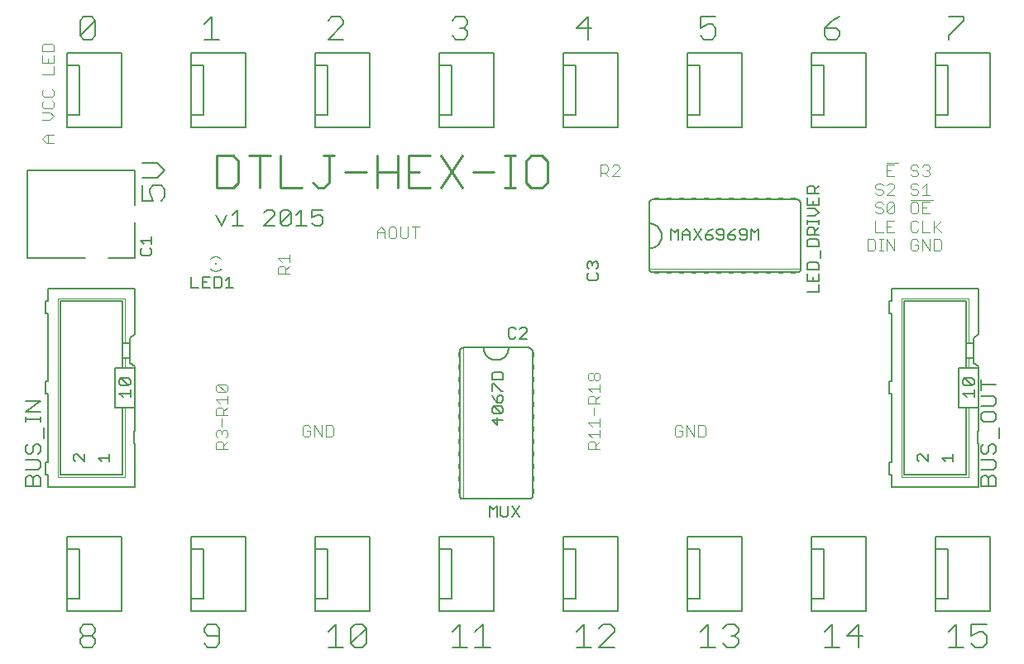
<source format=gto>
G75*
%MOIN*%
%OFA0B0*%
%FSLAX25Y25*%
%IPPOS*%
%LPD*%
%AMOC8*
5,1,8,0,0,1.08239X$1,22.5*
%
%ADD10C,0.00800*%
%ADD11C,0.01100*%
%ADD12C,0.00600*%
%ADD13C,0.00400*%
%ADD14C,0.00500*%
%ADD15C,0.00200*%
%ADD16C,0.00700*%
%ADD17R,0.00787X0.00787*%
%ADD18R,0.00591X0.00984*%
%ADD19R,0.02000X0.00500*%
%ADD20R,0.00500X0.02000*%
D10*
X0040400Y0008735D02*
X0040400Y0010269D01*
X0041935Y0011804D01*
X0045004Y0011804D01*
X0046539Y0010269D01*
X0046539Y0008735D01*
X0045004Y0007200D01*
X0041935Y0007200D01*
X0040400Y0008735D01*
X0041935Y0011804D02*
X0040400Y0013339D01*
X0040400Y0014873D01*
X0041935Y0016408D01*
X0045004Y0016408D01*
X0046539Y0014873D01*
X0046539Y0013339D01*
X0045004Y0011804D01*
X0090400Y0013339D02*
X0091935Y0011804D01*
X0096539Y0011804D01*
X0096539Y0008735D02*
X0096539Y0014873D01*
X0095004Y0016408D01*
X0091935Y0016408D01*
X0090400Y0014873D01*
X0090400Y0013339D01*
X0090400Y0008735D02*
X0091935Y0007200D01*
X0095004Y0007200D01*
X0096539Y0008735D01*
X0140400Y0007200D02*
X0146539Y0007200D01*
X0143469Y0007200D02*
X0143469Y0016408D01*
X0140400Y0013339D01*
X0149608Y0014873D02*
X0149608Y0008735D01*
X0155746Y0014873D01*
X0155746Y0008735D01*
X0154212Y0007200D01*
X0151142Y0007200D01*
X0149608Y0008735D01*
X0149608Y0014873D02*
X0151142Y0016408D01*
X0154212Y0016408D01*
X0155746Y0014873D01*
X0190400Y0013339D02*
X0193469Y0016408D01*
X0193469Y0007200D01*
X0190400Y0007200D02*
X0196539Y0007200D01*
X0199608Y0007200D02*
X0205746Y0007200D01*
X0202677Y0007200D02*
X0202677Y0016408D01*
X0199608Y0013339D01*
X0240400Y0013339D02*
X0243469Y0016408D01*
X0243469Y0007200D01*
X0240400Y0007200D02*
X0246539Y0007200D01*
X0249608Y0007200D02*
X0255746Y0013339D01*
X0255746Y0014873D01*
X0254212Y0016408D01*
X0251142Y0016408D01*
X0249608Y0014873D01*
X0249608Y0007200D02*
X0255746Y0007200D01*
X0290400Y0007200D02*
X0296539Y0007200D01*
X0293469Y0007200D02*
X0293469Y0016408D01*
X0290400Y0013339D01*
X0299608Y0014873D02*
X0301142Y0016408D01*
X0304212Y0016408D01*
X0305746Y0014873D01*
X0305746Y0013339D01*
X0304212Y0011804D01*
X0305746Y0010269D01*
X0305746Y0008735D01*
X0304212Y0007200D01*
X0301142Y0007200D01*
X0299608Y0008735D01*
X0302677Y0011804D02*
X0304212Y0011804D01*
X0340400Y0013339D02*
X0343469Y0016408D01*
X0343469Y0007200D01*
X0340400Y0007200D02*
X0346539Y0007200D01*
X0354212Y0007200D02*
X0354212Y0016408D01*
X0349608Y0011804D01*
X0355746Y0011804D01*
X0390400Y0013339D02*
X0393469Y0016408D01*
X0393469Y0007200D01*
X0390400Y0007200D02*
X0396539Y0007200D01*
X0399608Y0008735D02*
X0401142Y0007200D01*
X0404212Y0007200D01*
X0405746Y0008735D01*
X0405746Y0011804D01*
X0404212Y0013339D01*
X0402677Y0013339D01*
X0399608Y0011804D01*
X0399608Y0016408D01*
X0405746Y0016408D01*
X0074600Y0188735D02*
X0073065Y0187200D01*
X0074600Y0188735D02*
X0074600Y0191804D01*
X0073065Y0193339D01*
X0069996Y0193339D01*
X0068461Y0191804D01*
X0068461Y0190269D01*
X0069996Y0187200D01*
X0065392Y0187200D01*
X0065392Y0193339D01*
X0065392Y0196408D02*
X0071531Y0196408D01*
X0074600Y0199477D01*
X0071531Y0202546D01*
X0065392Y0202546D01*
X0062480Y0199517D02*
X0062480Y0185343D01*
X0062480Y0178257D02*
X0062480Y0164083D01*
X0051850Y0164083D01*
X0042402Y0164083D02*
X0019173Y0164083D01*
X0019173Y0199517D01*
X0062480Y0199517D01*
X0045004Y0252200D02*
X0041935Y0252200D01*
X0040400Y0253735D01*
X0046539Y0259873D01*
X0046539Y0253735D01*
X0045004Y0252200D01*
X0040400Y0253735D02*
X0040400Y0259873D01*
X0041935Y0261408D01*
X0045004Y0261408D01*
X0046539Y0259873D01*
X0090400Y0258339D02*
X0093469Y0261408D01*
X0093469Y0252200D01*
X0090400Y0252200D02*
X0096539Y0252200D01*
X0140400Y0252200D02*
X0146539Y0258339D01*
X0146539Y0259873D01*
X0145004Y0261408D01*
X0141935Y0261408D01*
X0140400Y0259873D01*
X0140400Y0252200D02*
X0146539Y0252200D01*
X0190400Y0253735D02*
X0191935Y0252200D01*
X0195004Y0252200D01*
X0196539Y0253735D01*
X0196539Y0255269D01*
X0195004Y0256804D01*
X0193469Y0256804D01*
X0195004Y0256804D02*
X0196539Y0258339D01*
X0196539Y0259873D01*
X0195004Y0261408D01*
X0191935Y0261408D01*
X0190400Y0259873D01*
X0240400Y0256804D02*
X0246539Y0256804D01*
X0245004Y0252200D02*
X0245004Y0261408D01*
X0240400Y0256804D01*
X0290400Y0256804D02*
X0293469Y0258339D01*
X0295004Y0258339D01*
X0296539Y0256804D01*
X0296539Y0253735D01*
X0295004Y0252200D01*
X0291935Y0252200D01*
X0290400Y0253735D01*
X0290400Y0256804D02*
X0290400Y0261408D01*
X0296539Y0261408D01*
X0340400Y0256804D02*
X0340400Y0253735D01*
X0341935Y0252200D01*
X0345004Y0252200D01*
X0346539Y0253735D01*
X0346539Y0255269D01*
X0345004Y0256804D01*
X0340400Y0256804D01*
X0343469Y0259873D01*
X0346539Y0261408D01*
X0390400Y0261408D02*
X0396539Y0261408D01*
X0396539Y0259873D01*
X0390400Y0253735D01*
X0390400Y0252200D01*
D11*
X0228770Y0203109D02*
X0228770Y0194502D01*
X0226619Y0192350D01*
X0222315Y0192350D01*
X0220163Y0194502D01*
X0220163Y0203109D01*
X0222315Y0205261D01*
X0226619Y0205261D01*
X0228770Y0203109D01*
X0215873Y0205261D02*
X0211569Y0205261D01*
X0213721Y0205261D02*
X0213721Y0192350D01*
X0211569Y0192350D02*
X0215873Y0192350D01*
X0207285Y0198806D02*
X0198678Y0198806D01*
X0194394Y0205261D02*
X0185787Y0192350D01*
X0181503Y0192350D02*
X0172896Y0192350D01*
X0172896Y0205261D01*
X0181503Y0205261D01*
X0185787Y0205261D02*
X0194394Y0192350D01*
X0177200Y0198806D02*
X0172896Y0198806D01*
X0168612Y0198806D02*
X0160005Y0198806D01*
X0155721Y0198806D02*
X0147114Y0198806D01*
X0140679Y0194502D02*
X0140679Y0205261D01*
X0142830Y0205261D02*
X0138527Y0205261D01*
X0140679Y0194502D02*
X0138527Y0192350D01*
X0136375Y0192350D01*
X0134223Y0194502D01*
X0129939Y0192350D02*
X0121332Y0192350D01*
X0121332Y0205261D01*
X0117048Y0205261D02*
X0108441Y0205261D01*
X0112745Y0205261D02*
X0112745Y0192350D01*
X0104157Y0194502D02*
X0102006Y0192350D01*
X0095550Y0192350D01*
X0095550Y0205261D01*
X0102006Y0205261D01*
X0104157Y0203109D01*
X0104157Y0194502D01*
X0160005Y0192350D02*
X0160005Y0205261D01*
X0168612Y0205261D02*
X0168612Y0192350D01*
D12*
X0138243Y0183505D02*
X0133973Y0183505D01*
X0133973Y0180303D01*
X0136108Y0181370D01*
X0137176Y0181370D01*
X0138243Y0180303D01*
X0138243Y0178168D01*
X0137176Y0177100D01*
X0135041Y0177100D01*
X0133973Y0178168D01*
X0131798Y0177100D02*
X0127527Y0177100D01*
X0129663Y0177100D02*
X0129663Y0183505D01*
X0127527Y0181370D01*
X0125352Y0182438D02*
X0121082Y0178168D01*
X0122150Y0177100D01*
X0124285Y0177100D01*
X0125352Y0178168D01*
X0125352Y0182438D01*
X0124285Y0183505D01*
X0122150Y0183505D01*
X0121082Y0182438D01*
X0121082Y0178168D01*
X0118907Y0177100D02*
X0114636Y0177100D01*
X0118907Y0181370D01*
X0118907Y0182438D01*
X0117839Y0183505D01*
X0115704Y0183505D01*
X0114636Y0182438D01*
X0106016Y0177100D02*
X0101745Y0177100D01*
X0103881Y0177100D02*
X0103881Y0183505D01*
X0101745Y0181370D01*
X0099570Y0181370D02*
X0097435Y0177100D01*
X0095300Y0181370D01*
X0193410Y0126430D02*
X0193410Y0068430D01*
X0193412Y0068354D01*
X0193418Y0068278D01*
X0193427Y0068203D01*
X0193441Y0068128D01*
X0193458Y0068054D01*
X0193479Y0067981D01*
X0193503Y0067909D01*
X0193532Y0067838D01*
X0193563Y0067769D01*
X0193598Y0067702D01*
X0193637Y0067637D01*
X0193679Y0067573D01*
X0193724Y0067512D01*
X0193772Y0067453D01*
X0193823Y0067397D01*
X0193877Y0067343D01*
X0193933Y0067292D01*
X0193992Y0067244D01*
X0194053Y0067199D01*
X0194117Y0067157D01*
X0194182Y0067118D01*
X0194249Y0067083D01*
X0194318Y0067052D01*
X0194389Y0067023D01*
X0194461Y0066999D01*
X0194534Y0066978D01*
X0194608Y0066961D01*
X0194683Y0066947D01*
X0194758Y0066938D01*
X0194834Y0066932D01*
X0194910Y0066930D01*
X0221310Y0066930D01*
X0221386Y0066932D01*
X0221462Y0066938D01*
X0221537Y0066947D01*
X0221612Y0066961D01*
X0221686Y0066978D01*
X0221759Y0066999D01*
X0221831Y0067023D01*
X0221902Y0067052D01*
X0221971Y0067083D01*
X0222038Y0067118D01*
X0222103Y0067157D01*
X0222167Y0067199D01*
X0222228Y0067244D01*
X0222287Y0067292D01*
X0222343Y0067343D01*
X0222397Y0067397D01*
X0222448Y0067453D01*
X0222496Y0067512D01*
X0222541Y0067573D01*
X0222583Y0067637D01*
X0222622Y0067702D01*
X0222657Y0067769D01*
X0222688Y0067838D01*
X0222717Y0067909D01*
X0222741Y0067981D01*
X0222762Y0068054D01*
X0222779Y0068128D01*
X0222793Y0068203D01*
X0222802Y0068278D01*
X0222808Y0068354D01*
X0222810Y0068430D01*
X0222810Y0126430D01*
X0222808Y0126506D01*
X0222802Y0126582D01*
X0222793Y0126657D01*
X0222779Y0126732D01*
X0222762Y0126806D01*
X0222741Y0126879D01*
X0222717Y0126951D01*
X0222688Y0127022D01*
X0222657Y0127091D01*
X0222622Y0127158D01*
X0222583Y0127223D01*
X0222541Y0127287D01*
X0222496Y0127348D01*
X0222448Y0127407D01*
X0222397Y0127463D01*
X0222343Y0127517D01*
X0222287Y0127568D01*
X0222228Y0127616D01*
X0222167Y0127661D01*
X0222103Y0127703D01*
X0222038Y0127742D01*
X0221971Y0127777D01*
X0221902Y0127808D01*
X0221831Y0127837D01*
X0221759Y0127861D01*
X0221686Y0127882D01*
X0221612Y0127899D01*
X0221537Y0127913D01*
X0221462Y0127922D01*
X0221386Y0127928D01*
X0221310Y0127930D01*
X0213110Y0127930D01*
X0203110Y0127930D01*
X0194910Y0127930D01*
X0194834Y0127928D01*
X0194758Y0127922D01*
X0194683Y0127913D01*
X0194608Y0127899D01*
X0194534Y0127882D01*
X0194461Y0127861D01*
X0194389Y0127837D01*
X0194318Y0127808D01*
X0194249Y0127777D01*
X0194182Y0127742D01*
X0194117Y0127703D01*
X0194053Y0127661D01*
X0193992Y0127616D01*
X0193933Y0127568D01*
X0193877Y0127517D01*
X0193823Y0127463D01*
X0193772Y0127407D01*
X0193724Y0127348D01*
X0193679Y0127287D01*
X0193637Y0127223D01*
X0193598Y0127158D01*
X0193563Y0127091D01*
X0193532Y0127022D01*
X0193503Y0126951D01*
X0193479Y0126879D01*
X0193458Y0126806D01*
X0193441Y0126732D01*
X0193427Y0126657D01*
X0193418Y0126582D01*
X0193412Y0126506D01*
X0193410Y0126430D01*
X0203110Y0127930D02*
X0203112Y0127790D01*
X0203118Y0127650D01*
X0203128Y0127510D01*
X0203141Y0127370D01*
X0203159Y0127231D01*
X0203181Y0127092D01*
X0203206Y0126955D01*
X0203235Y0126817D01*
X0203268Y0126681D01*
X0203305Y0126546D01*
X0203346Y0126412D01*
X0203391Y0126279D01*
X0203439Y0126147D01*
X0203491Y0126017D01*
X0203546Y0125888D01*
X0203605Y0125761D01*
X0203668Y0125635D01*
X0203734Y0125511D01*
X0203803Y0125390D01*
X0203876Y0125270D01*
X0203953Y0125152D01*
X0204032Y0125037D01*
X0204115Y0124923D01*
X0204201Y0124813D01*
X0204290Y0124704D01*
X0204382Y0124598D01*
X0204477Y0124495D01*
X0204574Y0124394D01*
X0204675Y0124297D01*
X0204778Y0124202D01*
X0204884Y0124110D01*
X0204993Y0124021D01*
X0205103Y0123935D01*
X0205217Y0123852D01*
X0205332Y0123773D01*
X0205450Y0123696D01*
X0205570Y0123623D01*
X0205691Y0123554D01*
X0205815Y0123488D01*
X0205941Y0123425D01*
X0206068Y0123366D01*
X0206197Y0123311D01*
X0206327Y0123259D01*
X0206459Y0123211D01*
X0206592Y0123166D01*
X0206726Y0123125D01*
X0206861Y0123088D01*
X0206997Y0123055D01*
X0207135Y0123026D01*
X0207272Y0123001D01*
X0207411Y0122979D01*
X0207550Y0122961D01*
X0207690Y0122948D01*
X0207830Y0122938D01*
X0207970Y0122932D01*
X0208110Y0122930D01*
X0208250Y0122932D01*
X0208390Y0122938D01*
X0208530Y0122948D01*
X0208670Y0122961D01*
X0208809Y0122979D01*
X0208948Y0123001D01*
X0209085Y0123026D01*
X0209223Y0123055D01*
X0209359Y0123088D01*
X0209494Y0123125D01*
X0209628Y0123166D01*
X0209761Y0123211D01*
X0209893Y0123259D01*
X0210023Y0123311D01*
X0210152Y0123366D01*
X0210279Y0123425D01*
X0210405Y0123488D01*
X0210529Y0123554D01*
X0210650Y0123623D01*
X0210770Y0123696D01*
X0210888Y0123773D01*
X0211003Y0123852D01*
X0211117Y0123935D01*
X0211227Y0124021D01*
X0211336Y0124110D01*
X0211442Y0124202D01*
X0211545Y0124297D01*
X0211646Y0124394D01*
X0211743Y0124495D01*
X0211838Y0124598D01*
X0211930Y0124704D01*
X0212019Y0124813D01*
X0212105Y0124923D01*
X0212188Y0125037D01*
X0212267Y0125152D01*
X0212344Y0125270D01*
X0212417Y0125390D01*
X0212486Y0125511D01*
X0212552Y0125635D01*
X0212615Y0125761D01*
X0212674Y0125888D01*
X0212729Y0126017D01*
X0212781Y0126147D01*
X0212829Y0126279D01*
X0212874Y0126412D01*
X0212915Y0126546D01*
X0212952Y0126681D01*
X0212985Y0126817D01*
X0213014Y0126955D01*
X0213039Y0127092D01*
X0213061Y0127231D01*
X0213079Y0127370D01*
X0213092Y0127510D01*
X0213102Y0127650D01*
X0213108Y0127790D01*
X0213110Y0127930D01*
X0269815Y0159820D02*
X0269815Y0168020D01*
X0269815Y0178020D01*
X0269815Y0186220D01*
X0269817Y0186296D01*
X0269823Y0186372D01*
X0269832Y0186447D01*
X0269846Y0186522D01*
X0269863Y0186596D01*
X0269884Y0186669D01*
X0269908Y0186741D01*
X0269937Y0186812D01*
X0269968Y0186881D01*
X0270003Y0186948D01*
X0270042Y0187013D01*
X0270084Y0187077D01*
X0270129Y0187138D01*
X0270177Y0187197D01*
X0270228Y0187253D01*
X0270282Y0187307D01*
X0270338Y0187358D01*
X0270397Y0187406D01*
X0270458Y0187451D01*
X0270522Y0187493D01*
X0270587Y0187532D01*
X0270654Y0187567D01*
X0270723Y0187598D01*
X0270794Y0187627D01*
X0270866Y0187651D01*
X0270939Y0187672D01*
X0271013Y0187689D01*
X0271088Y0187703D01*
X0271163Y0187712D01*
X0271239Y0187718D01*
X0271315Y0187720D01*
X0329315Y0187720D01*
X0329391Y0187718D01*
X0329467Y0187712D01*
X0329542Y0187703D01*
X0329617Y0187689D01*
X0329691Y0187672D01*
X0329764Y0187651D01*
X0329836Y0187627D01*
X0329907Y0187598D01*
X0329976Y0187567D01*
X0330043Y0187532D01*
X0330108Y0187493D01*
X0330172Y0187451D01*
X0330233Y0187406D01*
X0330292Y0187358D01*
X0330348Y0187307D01*
X0330402Y0187253D01*
X0330453Y0187197D01*
X0330501Y0187138D01*
X0330546Y0187077D01*
X0330588Y0187013D01*
X0330627Y0186948D01*
X0330662Y0186881D01*
X0330693Y0186812D01*
X0330722Y0186741D01*
X0330746Y0186669D01*
X0330767Y0186596D01*
X0330784Y0186522D01*
X0330798Y0186447D01*
X0330807Y0186372D01*
X0330813Y0186296D01*
X0330815Y0186220D01*
X0330815Y0159820D01*
X0330813Y0159744D01*
X0330807Y0159668D01*
X0330798Y0159593D01*
X0330784Y0159518D01*
X0330767Y0159444D01*
X0330746Y0159371D01*
X0330722Y0159299D01*
X0330693Y0159228D01*
X0330662Y0159159D01*
X0330627Y0159092D01*
X0330588Y0159027D01*
X0330546Y0158963D01*
X0330501Y0158902D01*
X0330453Y0158843D01*
X0330402Y0158787D01*
X0330348Y0158733D01*
X0330292Y0158682D01*
X0330233Y0158634D01*
X0330172Y0158589D01*
X0330108Y0158547D01*
X0330043Y0158508D01*
X0329976Y0158473D01*
X0329907Y0158442D01*
X0329836Y0158413D01*
X0329764Y0158389D01*
X0329691Y0158368D01*
X0329617Y0158351D01*
X0329542Y0158337D01*
X0329467Y0158328D01*
X0329391Y0158322D01*
X0329315Y0158320D01*
X0271315Y0158320D01*
X0271239Y0158322D01*
X0271163Y0158328D01*
X0271088Y0158337D01*
X0271013Y0158351D01*
X0270939Y0158368D01*
X0270866Y0158389D01*
X0270794Y0158413D01*
X0270723Y0158442D01*
X0270654Y0158473D01*
X0270587Y0158508D01*
X0270522Y0158547D01*
X0270458Y0158589D01*
X0270397Y0158634D01*
X0270338Y0158682D01*
X0270282Y0158733D01*
X0270228Y0158787D01*
X0270177Y0158843D01*
X0270129Y0158902D01*
X0270084Y0158963D01*
X0270042Y0159027D01*
X0270003Y0159092D01*
X0269968Y0159159D01*
X0269937Y0159228D01*
X0269908Y0159299D01*
X0269884Y0159371D01*
X0269863Y0159444D01*
X0269846Y0159518D01*
X0269832Y0159593D01*
X0269823Y0159668D01*
X0269817Y0159744D01*
X0269815Y0159820D01*
X0269815Y0168020D02*
X0269955Y0168022D01*
X0270095Y0168028D01*
X0270235Y0168038D01*
X0270375Y0168051D01*
X0270514Y0168069D01*
X0270653Y0168091D01*
X0270790Y0168116D01*
X0270928Y0168145D01*
X0271064Y0168178D01*
X0271199Y0168215D01*
X0271333Y0168256D01*
X0271466Y0168301D01*
X0271598Y0168349D01*
X0271728Y0168401D01*
X0271857Y0168456D01*
X0271984Y0168515D01*
X0272110Y0168578D01*
X0272234Y0168644D01*
X0272355Y0168713D01*
X0272475Y0168786D01*
X0272593Y0168863D01*
X0272708Y0168942D01*
X0272822Y0169025D01*
X0272932Y0169111D01*
X0273041Y0169200D01*
X0273147Y0169292D01*
X0273250Y0169387D01*
X0273351Y0169484D01*
X0273448Y0169585D01*
X0273543Y0169688D01*
X0273635Y0169794D01*
X0273724Y0169903D01*
X0273810Y0170013D01*
X0273893Y0170127D01*
X0273972Y0170242D01*
X0274049Y0170360D01*
X0274122Y0170480D01*
X0274191Y0170601D01*
X0274257Y0170725D01*
X0274320Y0170851D01*
X0274379Y0170978D01*
X0274434Y0171107D01*
X0274486Y0171237D01*
X0274534Y0171369D01*
X0274579Y0171502D01*
X0274620Y0171636D01*
X0274657Y0171771D01*
X0274690Y0171907D01*
X0274719Y0172045D01*
X0274744Y0172182D01*
X0274766Y0172321D01*
X0274784Y0172460D01*
X0274797Y0172600D01*
X0274807Y0172740D01*
X0274813Y0172880D01*
X0274815Y0173020D01*
X0274813Y0173160D01*
X0274807Y0173300D01*
X0274797Y0173440D01*
X0274784Y0173580D01*
X0274766Y0173719D01*
X0274744Y0173858D01*
X0274719Y0173995D01*
X0274690Y0174133D01*
X0274657Y0174269D01*
X0274620Y0174404D01*
X0274579Y0174538D01*
X0274534Y0174671D01*
X0274486Y0174803D01*
X0274434Y0174933D01*
X0274379Y0175062D01*
X0274320Y0175189D01*
X0274257Y0175315D01*
X0274191Y0175439D01*
X0274122Y0175560D01*
X0274049Y0175680D01*
X0273972Y0175798D01*
X0273893Y0175913D01*
X0273810Y0176027D01*
X0273724Y0176137D01*
X0273635Y0176246D01*
X0273543Y0176352D01*
X0273448Y0176455D01*
X0273351Y0176556D01*
X0273250Y0176653D01*
X0273147Y0176748D01*
X0273041Y0176840D01*
X0272932Y0176929D01*
X0272822Y0177015D01*
X0272708Y0177098D01*
X0272593Y0177177D01*
X0272475Y0177254D01*
X0272355Y0177327D01*
X0272234Y0177396D01*
X0272110Y0177462D01*
X0271984Y0177525D01*
X0271857Y0177584D01*
X0271728Y0177639D01*
X0271598Y0177691D01*
X0271466Y0177739D01*
X0271333Y0177784D01*
X0271199Y0177825D01*
X0271064Y0177862D01*
X0270928Y0177895D01*
X0270790Y0177924D01*
X0270653Y0177949D01*
X0270514Y0177971D01*
X0270375Y0177989D01*
X0270235Y0178002D01*
X0270095Y0178012D01*
X0269955Y0178018D01*
X0269815Y0178020D01*
D13*
X0257873Y0197000D02*
X0254804Y0197000D01*
X0257873Y0200069D01*
X0257873Y0200837D01*
X0257106Y0201604D01*
X0255571Y0201604D01*
X0254804Y0200837D01*
X0253269Y0200837D02*
X0252502Y0201604D01*
X0250200Y0201604D01*
X0250200Y0197000D01*
X0250200Y0198535D02*
X0252502Y0198535D01*
X0253269Y0199302D01*
X0253269Y0200837D01*
X0251735Y0198535D02*
X0253269Y0197000D01*
X0177081Y0176604D02*
X0174012Y0176604D01*
X0175546Y0176604D02*
X0175546Y0172000D01*
X0172477Y0172767D02*
X0172477Y0176604D01*
X0169408Y0176604D02*
X0169408Y0172767D01*
X0170175Y0172000D01*
X0171710Y0172000D01*
X0172477Y0172767D01*
X0167873Y0172767D02*
X0167873Y0175837D01*
X0167106Y0176604D01*
X0165571Y0176604D01*
X0164804Y0175837D01*
X0164804Y0172767D01*
X0165571Y0172000D01*
X0167106Y0172000D01*
X0167873Y0172767D01*
X0163269Y0172000D02*
X0163269Y0175069D01*
X0161735Y0176604D01*
X0160200Y0175069D01*
X0160200Y0172000D01*
X0160200Y0174302D02*
X0163269Y0174302D01*
X0124800Y0165465D02*
X0124800Y0162396D01*
X0124800Y0160861D02*
X0123265Y0159327D01*
X0123265Y0160094D02*
X0123265Y0157792D01*
X0124800Y0157792D02*
X0120196Y0157792D01*
X0120196Y0160094D01*
X0120963Y0160861D01*
X0122498Y0160861D01*
X0123265Y0160094D01*
X0121731Y0162396D02*
X0120196Y0163931D01*
X0124800Y0163931D01*
X0097165Y0163768D02*
X0097092Y0163845D01*
X0097017Y0163920D01*
X0096939Y0163991D01*
X0096858Y0164060D01*
X0096775Y0164126D01*
X0096690Y0164189D01*
X0096602Y0164248D01*
X0096513Y0164305D01*
X0096421Y0164358D01*
X0096327Y0164408D01*
X0096232Y0164454D01*
X0096135Y0164497D01*
X0096037Y0164536D01*
X0095937Y0164572D01*
X0095836Y0164604D01*
X0095734Y0164632D01*
X0095631Y0164657D01*
X0095527Y0164678D01*
X0095422Y0164695D01*
X0095317Y0164709D01*
X0095212Y0164718D01*
X0095106Y0164724D01*
X0095000Y0164726D01*
X0094894Y0164724D01*
X0094788Y0164718D01*
X0094683Y0164709D01*
X0094578Y0164695D01*
X0094473Y0164678D01*
X0094369Y0164657D01*
X0094266Y0164632D01*
X0094164Y0164604D01*
X0094063Y0164572D01*
X0093963Y0164536D01*
X0093865Y0164497D01*
X0093768Y0164454D01*
X0093673Y0164408D01*
X0093579Y0164358D01*
X0093487Y0164305D01*
X0093398Y0164248D01*
X0093310Y0164189D01*
X0093225Y0164126D01*
X0093142Y0164060D01*
X0093061Y0163991D01*
X0092983Y0163920D01*
X0092908Y0163845D01*
X0092835Y0163768D01*
X0092835Y0159832D02*
X0092908Y0159755D01*
X0092983Y0159680D01*
X0093061Y0159609D01*
X0093142Y0159540D01*
X0093225Y0159474D01*
X0093310Y0159411D01*
X0093398Y0159352D01*
X0093487Y0159295D01*
X0093579Y0159242D01*
X0093673Y0159192D01*
X0093768Y0159146D01*
X0093865Y0159103D01*
X0093963Y0159064D01*
X0094063Y0159028D01*
X0094164Y0158996D01*
X0094266Y0158968D01*
X0094369Y0158943D01*
X0094473Y0158922D01*
X0094578Y0158905D01*
X0094683Y0158891D01*
X0094788Y0158882D01*
X0094894Y0158876D01*
X0095000Y0158874D01*
X0095106Y0158876D01*
X0095212Y0158882D01*
X0095317Y0158891D01*
X0095422Y0158905D01*
X0095527Y0158922D01*
X0095631Y0158943D01*
X0095734Y0158968D01*
X0095836Y0158996D01*
X0095937Y0159028D01*
X0096037Y0159064D01*
X0096135Y0159103D01*
X0096232Y0159146D01*
X0096327Y0159192D01*
X0096421Y0159242D01*
X0096513Y0159295D01*
X0096602Y0159352D01*
X0096690Y0159411D01*
X0096775Y0159474D01*
X0096858Y0159540D01*
X0096939Y0159609D01*
X0097017Y0159680D01*
X0097092Y0159755D01*
X0097165Y0159832D01*
X0095963Y0113089D02*
X0099033Y0110020D01*
X0099800Y0110787D01*
X0099800Y0112322D01*
X0099033Y0113089D01*
X0095963Y0113089D01*
X0095196Y0112322D01*
X0095196Y0110787D01*
X0095963Y0110020D01*
X0099033Y0110020D01*
X0099800Y0108485D02*
X0099800Y0105416D01*
X0099800Y0106950D02*
X0095196Y0106950D01*
X0096731Y0105416D01*
X0097498Y0103881D02*
X0098265Y0103114D01*
X0098265Y0100812D01*
X0098265Y0102346D02*
X0099800Y0103881D01*
X0097498Y0103881D02*
X0095963Y0103881D01*
X0095196Y0103114D01*
X0095196Y0100812D01*
X0099800Y0100812D01*
X0097498Y0099277D02*
X0097498Y0096208D01*
X0096731Y0094673D02*
X0097498Y0093906D01*
X0098265Y0094673D01*
X0099033Y0094673D01*
X0099800Y0093906D01*
X0099800Y0092371D01*
X0099033Y0091604D01*
X0099800Y0090069D02*
X0098265Y0088535D01*
X0098265Y0089302D02*
X0098265Y0087000D01*
X0099800Y0087000D02*
X0095196Y0087000D01*
X0095196Y0089302D01*
X0095963Y0090069D01*
X0097498Y0090069D01*
X0098265Y0089302D01*
X0095963Y0091604D02*
X0095196Y0092371D01*
X0095196Y0093906D01*
X0095963Y0094673D01*
X0096731Y0094673D01*
X0097498Y0093906D02*
X0097498Y0093139D01*
X0130200Y0092767D02*
X0130967Y0092000D01*
X0132502Y0092000D01*
X0133269Y0092767D01*
X0133269Y0094302D01*
X0131735Y0094302D01*
X0133269Y0095837D02*
X0132502Y0096604D01*
X0130967Y0096604D01*
X0130200Y0095837D01*
X0130200Y0092767D01*
X0134804Y0092000D02*
X0134804Y0096604D01*
X0137873Y0092000D01*
X0137873Y0096604D01*
X0139408Y0096604D02*
X0141710Y0096604D01*
X0142477Y0095837D01*
X0142477Y0092767D01*
X0141710Y0092000D01*
X0139408Y0092000D01*
X0139408Y0096604D01*
X0245196Y0097742D02*
X0249800Y0097742D01*
X0249800Y0096208D02*
X0249800Y0099277D01*
X0247498Y0100812D02*
X0247498Y0103881D01*
X0248265Y0105416D02*
X0248265Y0107718D01*
X0247498Y0108485D01*
X0245963Y0108485D01*
X0245196Y0107718D01*
X0245196Y0105416D01*
X0249800Y0105416D01*
X0248265Y0106950D02*
X0249800Y0108485D01*
X0249800Y0110020D02*
X0249800Y0113089D01*
X0249800Y0111554D02*
X0245196Y0111554D01*
X0246731Y0110020D01*
X0246731Y0114624D02*
X0245963Y0114624D01*
X0245196Y0115391D01*
X0245196Y0116926D01*
X0245963Y0117693D01*
X0246731Y0117693D01*
X0247498Y0116926D01*
X0247498Y0115391D01*
X0246731Y0114624D01*
X0247498Y0115391D02*
X0248265Y0114624D01*
X0249033Y0114624D01*
X0249800Y0115391D01*
X0249800Y0116926D01*
X0249033Y0117693D01*
X0248265Y0117693D01*
X0247498Y0116926D01*
X0245196Y0097742D02*
X0246731Y0096208D01*
X0249800Y0094673D02*
X0249800Y0091604D01*
X0249800Y0093139D02*
X0245196Y0093139D01*
X0246731Y0091604D01*
X0247498Y0090069D02*
X0248265Y0089302D01*
X0248265Y0087000D01*
X0248265Y0088535D02*
X0249800Y0090069D01*
X0247498Y0090069D02*
X0245963Y0090069D01*
X0245196Y0089302D01*
X0245196Y0087000D01*
X0249800Y0087000D01*
X0280200Y0092767D02*
X0280967Y0092000D01*
X0282502Y0092000D01*
X0283269Y0092767D01*
X0283269Y0094302D01*
X0281735Y0094302D01*
X0283269Y0095837D02*
X0282502Y0096604D01*
X0280967Y0096604D01*
X0280200Y0095837D01*
X0280200Y0092767D01*
X0284804Y0092000D02*
X0284804Y0096604D01*
X0287873Y0092000D01*
X0287873Y0096604D01*
X0289408Y0096604D02*
X0291710Y0096604D01*
X0292477Y0095837D01*
X0292477Y0092767D01*
X0291710Y0092000D01*
X0289408Y0092000D01*
X0289408Y0096604D01*
X0357923Y0167000D02*
X0360225Y0167000D01*
X0360992Y0167767D01*
X0360992Y0170837D01*
X0360225Y0171604D01*
X0357923Y0171604D01*
X0357923Y0167000D01*
X0362527Y0167000D02*
X0364061Y0167000D01*
X0363294Y0167000D02*
X0363294Y0171604D01*
X0362527Y0171604D02*
X0364061Y0171604D01*
X0365596Y0171604D02*
X0368665Y0167000D01*
X0368665Y0171604D01*
X0368665Y0174500D02*
X0365596Y0174500D01*
X0365596Y0179104D01*
X0368665Y0179104D01*
X0367131Y0176802D02*
X0365596Y0176802D01*
X0364061Y0174500D02*
X0360992Y0174500D01*
X0360992Y0179104D01*
X0361759Y0182000D02*
X0360992Y0182767D01*
X0361759Y0182000D02*
X0363294Y0182000D01*
X0364061Y0182767D01*
X0364061Y0183535D01*
X0363294Y0184302D01*
X0361759Y0184302D01*
X0360992Y0185069D01*
X0360992Y0185837D01*
X0361759Y0186604D01*
X0363294Y0186604D01*
X0364061Y0185837D01*
X0365596Y0185837D02*
X0366363Y0186604D01*
X0367898Y0186604D01*
X0368665Y0185837D01*
X0365596Y0182767D01*
X0366363Y0182000D01*
X0367898Y0182000D01*
X0368665Y0182767D01*
X0368665Y0185837D01*
X0365596Y0185837D02*
X0365596Y0182767D01*
X0365596Y0189500D02*
X0368665Y0192569D01*
X0368665Y0193337D01*
X0367898Y0194104D01*
X0366363Y0194104D01*
X0365596Y0193337D01*
X0364061Y0193337D02*
X0363294Y0194104D01*
X0361759Y0194104D01*
X0360992Y0193337D01*
X0360992Y0192569D01*
X0361759Y0191802D01*
X0363294Y0191802D01*
X0364061Y0191035D01*
X0364061Y0190267D01*
X0363294Y0189500D01*
X0361759Y0189500D01*
X0360992Y0190267D01*
X0365596Y0189500D02*
X0368665Y0189500D01*
X0375000Y0187400D02*
X0384208Y0187400D01*
X0382873Y0186604D02*
X0379804Y0186604D01*
X0379804Y0182000D01*
X0382873Y0182000D01*
X0381339Y0184302D02*
X0379804Y0184302D01*
X0378269Y0185837D02*
X0377502Y0186604D01*
X0375967Y0186604D01*
X0375200Y0185837D01*
X0375200Y0182767D01*
X0375967Y0182000D01*
X0377502Y0182000D01*
X0378269Y0182767D01*
X0378269Y0185837D01*
X0377502Y0189500D02*
X0375967Y0189500D01*
X0375200Y0190267D01*
X0375967Y0191802D02*
X0377502Y0191802D01*
X0378269Y0191035D01*
X0378269Y0190267D01*
X0377502Y0189500D01*
X0379804Y0189500D02*
X0382873Y0189500D01*
X0381339Y0189500D02*
X0381339Y0194104D01*
X0379804Y0192569D01*
X0378269Y0193337D02*
X0377502Y0194104D01*
X0375967Y0194104D01*
X0375200Y0193337D01*
X0375200Y0192569D01*
X0375967Y0191802D01*
X0375967Y0197000D02*
X0375200Y0197767D01*
X0375967Y0197000D02*
X0377502Y0197000D01*
X0378269Y0197767D01*
X0378269Y0198535D01*
X0377502Y0199302D01*
X0375967Y0199302D01*
X0375200Y0200069D01*
X0375200Y0200837D01*
X0375967Y0201604D01*
X0377502Y0201604D01*
X0378269Y0200837D01*
X0379804Y0200837D02*
X0380571Y0201604D01*
X0382106Y0201604D01*
X0382873Y0200837D01*
X0382873Y0200069D01*
X0382106Y0199302D01*
X0382873Y0198535D01*
X0382873Y0197767D01*
X0382106Y0197000D01*
X0380571Y0197000D01*
X0379804Y0197767D01*
X0381339Y0199302D02*
X0382106Y0199302D01*
X0370000Y0202400D02*
X0365396Y0202400D01*
X0365596Y0201604D02*
X0365596Y0197000D01*
X0368665Y0197000D01*
X0367131Y0199302D02*
X0365596Y0199302D01*
X0365596Y0201604D02*
X0368665Y0201604D01*
X0375967Y0179104D02*
X0375200Y0178337D01*
X0375200Y0175267D01*
X0375967Y0174500D01*
X0377502Y0174500D01*
X0378269Y0175267D01*
X0379804Y0174500D02*
X0382873Y0174500D01*
X0384408Y0174500D02*
X0384408Y0179104D01*
X0385175Y0176802D02*
X0387477Y0174500D01*
X0386710Y0171604D02*
X0384408Y0171604D01*
X0384408Y0167000D01*
X0386710Y0167000D01*
X0387477Y0167767D01*
X0387477Y0170837D01*
X0386710Y0171604D01*
X0382873Y0171604D02*
X0382873Y0167000D01*
X0379804Y0171604D01*
X0379804Y0167000D01*
X0378269Y0167767D02*
X0378269Y0169302D01*
X0376735Y0169302D01*
X0378269Y0170837D02*
X0377502Y0171604D01*
X0375967Y0171604D01*
X0375200Y0170837D01*
X0375200Y0167767D01*
X0375967Y0167000D01*
X0377502Y0167000D01*
X0378269Y0167767D01*
X0379804Y0174500D02*
X0379804Y0179104D01*
X0378269Y0178337D02*
X0377502Y0179104D01*
X0375967Y0179104D01*
X0384408Y0176035D02*
X0387477Y0179104D01*
X0365596Y0171604D02*
X0365596Y0167000D01*
X0029800Y0210565D02*
X0026731Y0210565D01*
X0025196Y0212099D01*
X0026731Y0213634D01*
X0029800Y0213634D01*
X0027498Y0213634D02*
X0027498Y0210565D01*
X0028265Y0219772D02*
X0029800Y0221307D01*
X0028265Y0222842D01*
X0025196Y0222842D01*
X0025963Y0224376D02*
X0029033Y0224376D01*
X0029800Y0225144D01*
X0029800Y0226678D01*
X0029033Y0227446D01*
X0029033Y0228980D02*
X0029800Y0229748D01*
X0029800Y0231282D01*
X0029033Y0232050D01*
X0025963Y0232050D02*
X0025196Y0231282D01*
X0025196Y0229748D01*
X0025963Y0228980D01*
X0029033Y0228980D01*
X0025963Y0227446D02*
X0025196Y0226678D01*
X0025196Y0225144D01*
X0025963Y0224376D01*
X0025196Y0219772D02*
X0028265Y0219772D01*
X0029800Y0238188D02*
X0025196Y0238188D01*
X0029800Y0238188D02*
X0029800Y0241257D01*
X0029800Y0242792D02*
X0025196Y0242792D01*
X0025196Y0245861D01*
X0025196Y0247396D02*
X0025196Y0249698D01*
X0025963Y0250465D01*
X0029033Y0250465D01*
X0029800Y0249698D01*
X0029800Y0247396D01*
X0025196Y0247396D01*
X0029800Y0245861D02*
X0029800Y0242792D01*
X0027498Y0242792D02*
X0027498Y0244327D01*
D14*
X0035000Y0026800D02*
X0035000Y0021800D01*
X0057000Y0021800D01*
X0057000Y0051800D01*
X0035000Y0051800D01*
X0035000Y0046800D01*
X0040000Y0046800D01*
X0040000Y0026800D01*
X0035000Y0026800D01*
X0035000Y0046800D01*
X0027500Y0071800D02*
X0062500Y0071800D01*
X0062500Y0089300D01*
X0062000Y0089300D01*
X0062000Y0094300D01*
X0062500Y0094300D01*
X0062500Y0103800D01*
X0058500Y0103800D01*
X0057500Y0103800D01*
X0057500Y0076800D01*
X0032500Y0076800D01*
X0032500Y0146800D01*
X0057500Y0146800D01*
X0057500Y0129800D01*
X0057500Y0123800D01*
X0057500Y0119800D01*
X0058500Y0119800D01*
X0062500Y0119800D01*
X0062500Y0103800D01*
X0057500Y0103800D02*
X0054500Y0103800D01*
X0054500Y0119800D01*
X0057500Y0119800D01*
X0060500Y0121800D02*
X0060500Y0123800D01*
X0060500Y0129800D01*
X0058500Y0129800D01*
X0057500Y0129800D01*
X0060500Y0129800D02*
X0060500Y0131800D01*
X0062500Y0133300D01*
X0062500Y0151800D01*
X0027500Y0151800D01*
X0027500Y0146800D01*
X0026500Y0146800D01*
X0026500Y0141800D01*
X0027500Y0141800D01*
X0027500Y0114300D01*
X0026500Y0114300D01*
X0026500Y0109300D01*
X0027500Y0109300D01*
X0027500Y0081800D01*
X0026500Y0081800D01*
X0026500Y0076800D01*
X0027500Y0076800D01*
X0027500Y0071800D01*
X0037746Y0082801D02*
X0038497Y0082050D01*
X0037746Y0082801D02*
X0037746Y0084302D01*
X0038497Y0085053D01*
X0039247Y0085053D01*
X0042250Y0082050D01*
X0042250Y0085053D01*
X0047746Y0083551D02*
X0049247Y0082050D01*
X0047746Y0083551D02*
X0052250Y0083551D01*
X0052250Y0082050D02*
X0052250Y0085053D01*
X0057747Y0108050D02*
X0056246Y0109551D01*
X0060750Y0109551D01*
X0060750Y0108050D02*
X0060750Y0111053D01*
X0059999Y0112654D02*
X0056997Y0115656D01*
X0059999Y0115656D01*
X0060750Y0114906D01*
X0060750Y0113405D01*
X0059999Y0112654D01*
X0056997Y0112654D01*
X0056246Y0113405D01*
X0056246Y0114906D01*
X0056997Y0115656D01*
X0062500Y0119800D02*
X0062500Y0120300D01*
X0060500Y0121800D01*
X0060500Y0123800D02*
X0058500Y0123800D01*
X0057500Y0123800D01*
X0085250Y0152050D02*
X0088253Y0152050D01*
X0089854Y0152050D02*
X0092856Y0152050D01*
X0094458Y0152050D02*
X0096710Y0152050D01*
X0097460Y0152801D01*
X0097460Y0155803D01*
X0096710Y0156554D01*
X0094458Y0156554D01*
X0094458Y0152050D01*
X0091355Y0154302D02*
X0089854Y0154302D01*
X0089854Y0156554D02*
X0089854Y0152050D01*
X0085250Y0152050D02*
X0085250Y0156554D01*
X0089854Y0156554D02*
X0092856Y0156554D01*
X0099062Y0155053D02*
X0100563Y0156554D01*
X0100563Y0152050D01*
X0099062Y0152050D02*
X0102064Y0152050D01*
X0069250Y0165801D02*
X0069250Y0167302D01*
X0068499Y0168053D01*
X0069250Y0169654D02*
X0069250Y0172656D01*
X0069250Y0171155D02*
X0064746Y0171155D01*
X0066247Y0169654D01*
X0065497Y0168053D02*
X0064746Y0167302D01*
X0064746Y0165801D01*
X0065497Y0165050D01*
X0068499Y0165050D01*
X0069250Y0165801D01*
X0057000Y0216800D02*
X0035000Y0216800D01*
X0035000Y0221800D01*
X0040000Y0221800D01*
X0040000Y0241800D01*
X0035000Y0241800D01*
X0035000Y0246800D01*
X0057000Y0246800D01*
X0057000Y0216800D01*
X0035000Y0221800D02*
X0035000Y0241800D01*
X0085000Y0241800D02*
X0085000Y0221800D01*
X0090000Y0221800D01*
X0090000Y0241800D01*
X0085000Y0241800D01*
X0085000Y0246800D01*
X0107000Y0246800D01*
X0107000Y0216800D01*
X0085000Y0216800D01*
X0085000Y0221800D01*
X0135000Y0221800D02*
X0135000Y0216800D01*
X0157000Y0216800D01*
X0157000Y0246800D01*
X0135000Y0246800D01*
X0135000Y0241800D01*
X0140000Y0241800D01*
X0140000Y0221800D01*
X0135000Y0221800D01*
X0135000Y0241800D01*
X0185000Y0241800D02*
X0185000Y0221800D01*
X0190000Y0221800D01*
X0190000Y0241800D01*
X0185000Y0241800D01*
X0185000Y0246800D01*
X0207000Y0246800D01*
X0207000Y0216800D01*
X0185000Y0216800D01*
X0185000Y0221800D01*
X0235000Y0221800D02*
X0235000Y0216800D01*
X0257000Y0216800D01*
X0257000Y0246800D01*
X0235000Y0246800D01*
X0235000Y0241800D01*
X0240000Y0241800D01*
X0240000Y0221800D01*
X0235000Y0221800D01*
X0235000Y0241800D01*
X0285000Y0241800D02*
X0285000Y0221800D01*
X0290000Y0221800D01*
X0290000Y0241800D01*
X0285000Y0241800D01*
X0285000Y0246800D01*
X0307000Y0246800D01*
X0307000Y0216800D01*
X0285000Y0216800D01*
X0285000Y0221800D01*
X0335000Y0221800D02*
X0335000Y0216800D01*
X0357000Y0216800D01*
X0357000Y0246800D01*
X0335000Y0246800D01*
X0335000Y0241800D01*
X0340000Y0241800D01*
X0340000Y0221800D01*
X0335000Y0221800D01*
X0335000Y0241800D01*
X0385000Y0241800D02*
X0385000Y0221800D01*
X0390000Y0221800D01*
X0390000Y0241800D01*
X0385000Y0241800D01*
X0385000Y0246800D01*
X0407000Y0246800D01*
X0407000Y0216800D01*
X0385000Y0216800D01*
X0385000Y0221800D01*
X0338065Y0193174D02*
X0336564Y0191672D01*
X0336564Y0192423D02*
X0336564Y0190171D01*
X0338065Y0190171D02*
X0333561Y0190171D01*
X0333561Y0192423D01*
X0334312Y0193174D01*
X0335813Y0193174D01*
X0336564Y0192423D01*
X0338065Y0188570D02*
X0338065Y0185567D01*
X0333561Y0185567D01*
X0333561Y0188570D01*
X0335813Y0187069D02*
X0335813Y0185567D01*
X0336564Y0183966D02*
X0333561Y0183966D01*
X0336564Y0183966D02*
X0338065Y0182465D01*
X0336564Y0180963D01*
X0333561Y0180963D01*
X0333561Y0179395D02*
X0333561Y0177894D01*
X0333561Y0178645D02*
X0338065Y0178645D01*
X0338065Y0179395D02*
X0338065Y0177894D01*
X0338065Y0176293D02*
X0336564Y0174791D01*
X0336564Y0175542D02*
X0336564Y0173290D01*
X0338065Y0173290D02*
X0333561Y0173290D01*
X0333561Y0175542D01*
X0334312Y0176293D01*
X0335813Y0176293D01*
X0336564Y0175542D01*
X0337314Y0171689D02*
X0334312Y0171689D01*
X0333561Y0170938D01*
X0333561Y0168686D01*
X0338065Y0168686D01*
X0338065Y0170938D01*
X0337314Y0171689D01*
X0338816Y0167085D02*
X0338816Y0164082D01*
X0337314Y0162481D02*
X0334312Y0162481D01*
X0333561Y0161730D01*
X0333561Y0159478D01*
X0338065Y0159478D01*
X0338065Y0161730D01*
X0337314Y0162481D01*
X0338065Y0157877D02*
X0338065Y0154874D01*
X0333561Y0154874D01*
X0333561Y0157877D01*
X0335813Y0156376D02*
X0335813Y0154874D01*
X0338065Y0153273D02*
X0338065Y0150270D01*
X0333561Y0150270D01*
X0366500Y0146800D02*
X0366500Y0141800D01*
X0367500Y0141800D01*
X0367500Y0114300D01*
X0366500Y0114300D01*
X0366500Y0109300D01*
X0367500Y0109300D01*
X0367500Y0081800D01*
X0366500Y0081800D01*
X0366500Y0076800D01*
X0367500Y0076800D01*
X0367500Y0071800D01*
X0402500Y0071800D01*
X0402500Y0089300D01*
X0402000Y0089300D01*
X0402000Y0094300D01*
X0402500Y0094300D01*
X0402500Y0103800D01*
X0398500Y0103800D01*
X0397500Y0103800D01*
X0397500Y0076800D01*
X0372500Y0076800D01*
X0372500Y0146800D01*
X0397500Y0146800D01*
X0397500Y0129800D01*
X0397500Y0123800D01*
X0397500Y0119800D01*
X0398500Y0119800D01*
X0402500Y0119800D01*
X0402500Y0103800D01*
X0397500Y0103800D02*
X0394500Y0103800D01*
X0394500Y0119800D01*
X0397500Y0119800D01*
X0400500Y0121800D02*
X0400500Y0123800D01*
X0400500Y0129800D01*
X0398500Y0129800D01*
X0397500Y0129800D01*
X0400500Y0129800D02*
X0400500Y0131800D01*
X0402500Y0133300D01*
X0402500Y0151800D01*
X0367500Y0151800D01*
X0367500Y0146800D01*
X0366500Y0146800D01*
X0397500Y0123800D02*
X0398500Y0123800D01*
X0400500Y0123800D01*
X0400500Y0121800D02*
X0402500Y0120300D01*
X0402500Y0119800D01*
X0399999Y0115656D02*
X0400750Y0114906D01*
X0400750Y0113405D01*
X0399999Y0112654D01*
X0396997Y0115656D01*
X0399999Y0115656D01*
X0396997Y0115656D02*
X0396246Y0114906D01*
X0396246Y0113405D01*
X0396997Y0112654D01*
X0399999Y0112654D01*
X0400750Y0111053D02*
X0400750Y0108050D01*
X0400750Y0109551D02*
X0396246Y0109551D01*
X0397747Y0108050D01*
X0392250Y0085053D02*
X0392250Y0082050D01*
X0392250Y0083551D02*
X0387746Y0083551D01*
X0389247Y0082050D01*
X0382250Y0082050D02*
X0379247Y0085053D01*
X0378497Y0085053D01*
X0377746Y0084302D01*
X0377746Y0082801D01*
X0378497Y0082050D01*
X0382250Y0082050D02*
X0382250Y0085053D01*
X0385000Y0051800D02*
X0385000Y0046800D01*
X0390000Y0046800D01*
X0390000Y0026800D01*
X0385000Y0026800D01*
X0385000Y0046800D01*
X0385000Y0051800D02*
X0407000Y0051800D01*
X0407000Y0021800D01*
X0385000Y0021800D01*
X0385000Y0026800D01*
X0357000Y0021800D02*
X0357000Y0051800D01*
X0335000Y0051800D01*
X0335000Y0046800D01*
X0340000Y0046800D01*
X0340000Y0026800D01*
X0335000Y0026800D01*
X0335000Y0046800D01*
X0307000Y0051800D02*
X0307000Y0021800D01*
X0285000Y0021800D01*
X0285000Y0026800D01*
X0290000Y0026800D01*
X0290000Y0046800D01*
X0285000Y0046800D01*
X0285000Y0051800D01*
X0307000Y0051800D01*
X0285000Y0046800D02*
X0285000Y0026800D01*
X0257000Y0021800D02*
X0257000Y0051800D01*
X0235000Y0051800D01*
X0235000Y0046800D01*
X0240000Y0046800D01*
X0240000Y0026800D01*
X0235000Y0026800D01*
X0235000Y0046800D01*
X0217571Y0059680D02*
X0214568Y0064184D01*
X0212967Y0064184D02*
X0212967Y0060431D01*
X0212216Y0059680D01*
X0210715Y0059680D01*
X0209964Y0060431D01*
X0209964Y0064184D01*
X0208363Y0064184D02*
X0208363Y0059680D01*
X0205360Y0059680D02*
X0205360Y0064184D01*
X0206862Y0062682D01*
X0208363Y0064184D01*
X0214568Y0059680D02*
X0217571Y0064184D01*
X0207000Y0051800D02*
X0207000Y0021800D01*
X0185000Y0021800D01*
X0185000Y0026800D01*
X0190000Y0026800D01*
X0190000Y0046800D01*
X0185000Y0046800D01*
X0185000Y0051800D01*
X0207000Y0051800D01*
X0185000Y0046800D02*
X0185000Y0026800D01*
X0157000Y0021800D02*
X0157000Y0051800D01*
X0135000Y0051800D01*
X0135000Y0046800D01*
X0140000Y0046800D01*
X0140000Y0026800D01*
X0135000Y0026800D01*
X0135000Y0046800D01*
X0107000Y0051800D02*
X0107000Y0021800D01*
X0085000Y0021800D01*
X0085000Y0026800D01*
X0090000Y0026800D01*
X0090000Y0046800D01*
X0085000Y0046800D01*
X0085000Y0051800D01*
X0107000Y0051800D01*
X0085000Y0046800D02*
X0085000Y0026800D01*
X0135000Y0026800D02*
X0135000Y0021800D01*
X0157000Y0021800D01*
X0235000Y0021800D02*
X0235000Y0026800D01*
X0235000Y0021800D02*
X0257000Y0021800D01*
X0335000Y0021800D02*
X0335000Y0026800D01*
X0335000Y0021800D02*
X0357000Y0021800D01*
X0210860Y0098912D02*
X0206356Y0098912D01*
X0208608Y0096660D01*
X0208608Y0099663D01*
X0207107Y0101264D02*
X0210110Y0101264D01*
X0207107Y0104267D01*
X0210110Y0104267D01*
X0210860Y0103516D01*
X0210860Y0102015D01*
X0210110Y0101264D01*
X0207107Y0101264D02*
X0206356Y0102015D01*
X0206356Y0103516D01*
X0207107Y0104267D01*
X0208608Y0105868D02*
X0207107Y0107369D01*
X0206356Y0108871D01*
X0206356Y0110472D02*
X0206356Y0113475D01*
X0207107Y0113475D01*
X0210110Y0110472D01*
X0210860Y0110472D01*
X0210110Y0108871D02*
X0209359Y0108871D01*
X0208608Y0108120D01*
X0208608Y0105868D01*
X0210110Y0105868D01*
X0210860Y0106619D01*
X0210860Y0108120D01*
X0210110Y0108871D01*
X0210860Y0115076D02*
X0206356Y0115076D01*
X0206356Y0117328D01*
X0207107Y0118079D01*
X0210110Y0118079D01*
X0210860Y0117328D01*
X0210860Y0115076D01*
X0213793Y0131550D02*
X0215294Y0131550D01*
X0216045Y0132301D01*
X0217646Y0131550D02*
X0220649Y0134553D01*
X0220649Y0135303D01*
X0219898Y0136054D01*
X0218397Y0136054D01*
X0217646Y0135303D01*
X0216045Y0135303D02*
X0215294Y0136054D01*
X0213793Y0136054D01*
X0213042Y0135303D01*
X0213042Y0132301D01*
X0213793Y0131550D01*
X0217646Y0131550D02*
X0220649Y0131550D01*
X0244746Y0155801D02*
X0245497Y0155050D01*
X0248499Y0155050D01*
X0249250Y0155801D01*
X0249250Y0157302D01*
X0248499Y0158053D01*
X0248499Y0159654D02*
X0249250Y0160405D01*
X0249250Y0161906D01*
X0248499Y0162656D01*
X0247749Y0162656D01*
X0246998Y0161906D01*
X0246998Y0161155D01*
X0246998Y0161906D02*
X0246247Y0162656D01*
X0245497Y0162656D01*
X0244746Y0161906D01*
X0244746Y0160405D01*
X0245497Y0159654D01*
X0245497Y0158053D02*
X0244746Y0157302D01*
X0244746Y0155801D01*
X0278565Y0171270D02*
X0278565Y0175774D01*
X0280066Y0174273D01*
X0281568Y0175774D01*
X0281568Y0171270D01*
X0283169Y0171270D02*
X0283169Y0174273D01*
X0284670Y0175774D01*
X0286171Y0174273D01*
X0286171Y0171270D01*
X0287773Y0171270D02*
X0290775Y0175774D01*
X0292377Y0173522D02*
X0294629Y0173522D01*
X0295379Y0172772D01*
X0295379Y0172021D01*
X0294629Y0171270D01*
X0293127Y0171270D01*
X0292377Y0172021D01*
X0292377Y0173522D01*
X0293878Y0175024D01*
X0295379Y0175774D01*
X0296981Y0175024D02*
X0296981Y0174273D01*
X0297731Y0173522D01*
X0299983Y0173522D01*
X0299983Y0172021D02*
X0299983Y0175024D01*
X0299233Y0175774D01*
X0297731Y0175774D01*
X0296981Y0175024D01*
X0296981Y0172021D02*
X0297731Y0171270D01*
X0299233Y0171270D01*
X0299983Y0172021D01*
X0301585Y0172021D02*
X0302335Y0171270D01*
X0303837Y0171270D01*
X0304587Y0172021D01*
X0304587Y0172772D01*
X0303837Y0173522D01*
X0301585Y0173522D01*
X0301585Y0172021D01*
X0301585Y0173522D02*
X0303086Y0175024D01*
X0304587Y0175774D01*
X0306189Y0175024D02*
X0306189Y0174273D01*
X0306939Y0173522D01*
X0309191Y0173522D01*
X0309191Y0172021D02*
X0309191Y0175024D01*
X0308440Y0175774D01*
X0306939Y0175774D01*
X0306189Y0175024D01*
X0306189Y0172021D02*
X0306939Y0171270D01*
X0308440Y0171270D01*
X0309191Y0172021D01*
X0310792Y0171270D02*
X0310792Y0175774D01*
X0312294Y0174273D01*
X0313795Y0175774D01*
X0313795Y0171270D01*
X0290775Y0171270D02*
X0287773Y0175774D01*
X0286171Y0173522D02*
X0283169Y0173522D01*
D15*
X0269815Y0159720D02*
X0330815Y0159720D01*
X0371500Y0147800D02*
X0371500Y0075800D01*
X0398500Y0075800D01*
X0398500Y0103800D01*
X0398500Y0119800D02*
X0398500Y0123800D01*
X0398500Y0129800D02*
X0398500Y0147800D01*
X0371500Y0147800D01*
X0194810Y0127930D02*
X0194810Y0066930D01*
X0058500Y0075800D02*
X0058500Y0103800D01*
X0058500Y0119800D02*
X0058500Y0123800D01*
X0058500Y0129800D02*
X0058500Y0147800D01*
X0031500Y0147800D01*
X0031500Y0075800D01*
X0058500Y0075800D01*
D16*
X0025701Y0091486D02*
X0025701Y0095690D01*
X0024650Y0097932D02*
X0024650Y0100034D01*
X0024650Y0098983D02*
X0018345Y0098983D01*
X0018345Y0097932D02*
X0018345Y0100034D01*
X0018345Y0102229D02*
X0024650Y0106433D01*
X0018345Y0106433D01*
X0018345Y0102229D02*
X0024650Y0102229D01*
X0023599Y0089245D02*
X0024650Y0088194D01*
X0024650Y0086092D01*
X0023599Y0085041D01*
X0023599Y0082799D02*
X0018345Y0082799D01*
X0019396Y0085041D02*
X0020446Y0085041D01*
X0021497Y0086092D01*
X0021497Y0088194D01*
X0022548Y0089245D01*
X0023599Y0089245D01*
X0019396Y0089245D02*
X0018345Y0088194D01*
X0018345Y0086092D01*
X0019396Y0085041D01*
X0023599Y0082799D02*
X0024650Y0081748D01*
X0024650Y0079646D01*
X0023599Y0078595D01*
X0018345Y0078595D01*
X0019396Y0076354D02*
X0020446Y0076354D01*
X0021497Y0075303D01*
X0021497Y0072150D01*
X0018345Y0072150D02*
X0024650Y0072150D01*
X0024650Y0075303D01*
X0023599Y0076354D01*
X0022548Y0076354D01*
X0021497Y0075303D01*
X0019396Y0076354D02*
X0018345Y0075303D01*
X0018345Y0072150D01*
X0403345Y0072150D02*
X0403345Y0075303D01*
X0404396Y0076354D01*
X0405446Y0076354D01*
X0406497Y0075303D01*
X0406497Y0072150D01*
X0403345Y0072150D02*
X0409650Y0072150D01*
X0409650Y0075303D01*
X0408599Y0076354D01*
X0407548Y0076354D01*
X0406497Y0075303D01*
X0408599Y0078595D02*
X0403345Y0078595D01*
X0403345Y0082799D02*
X0408599Y0082799D01*
X0409650Y0081748D01*
X0409650Y0079646D01*
X0408599Y0078595D01*
X0408599Y0085041D02*
X0409650Y0086092D01*
X0409650Y0088194D01*
X0408599Y0089245D01*
X0407548Y0089245D01*
X0406497Y0088194D01*
X0406497Y0086092D01*
X0405446Y0085041D01*
X0404396Y0085041D01*
X0403345Y0086092D01*
X0403345Y0088194D01*
X0404396Y0089245D01*
X0410701Y0091486D02*
X0410701Y0095690D01*
X0408599Y0097932D02*
X0404396Y0097932D01*
X0403345Y0098983D01*
X0403345Y0101085D01*
X0404396Y0102136D01*
X0408599Y0102136D01*
X0409650Y0101085D01*
X0409650Y0098983D01*
X0408599Y0097932D01*
X0408599Y0104377D02*
X0403345Y0104377D01*
X0403345Y0108581D02*
X0408599Y0108581D01*
X0409650Y0107530D01*
X0409650Y0105428D01*
X0408599Y0104377D01*
X0403345Y0110823D02*
X0403345Y0115027D01*
X0403345Y0112925D02*
X0409650Y0112925D01*
D17*
X0095000Y0161800D03*
D18*
X0097067Y0159536D03*
D19*
X0272815Y0158070D03*
X0277815Y0158070D03*
X0282815Y0158070D03*
X0287815Y0158070D03*
X0292815Y0158070D03*
X0297815Y0158070D03*
X0302815Y0158070D03*
X0307815Y0158070D03*
X0312815Y0158070D03*
X0317815Y0158070D03*
X0322815Y0158070D03*
X0327815Y0158070D03*
X0327815Y0187970D03*
X0322815Y0187970D03*
X0317815Y0187970D03*
X0312815Y0187970D03*
X0307815Y0187970D03*
X0302815Y0187970D03*
X0297815Y0187970D03*
X0292815Y0187970D03*
X0287815Y0187970D03*
X0282815Y0187970D03*
X0277815Y0187970D03*
X0272815Y0187970D03*
D20*
X0223060Y0124930D03*
X0223060Y0119930D03*
X0223060Y0114930D03*
X0223060Y0109930D03*
X0223060Y0104930D03*
X0223060Y0099930D03*
X0223060Y0094930D03*
X0223060Y0089930D03*
X0223060Y0084930D03*
X0223060Y0079930D03*
X0223060Y0074930D03*
X0223060Y0069930D03*
X0193160Y0069930D03*
X0193160Y0074930D03*
X0193160Y0079930D03*
X0193160Y0084930D03*
X0193160Y0089930D03*
X0193160Y0094930D03*
X0193160Y0099930D03*
X0193160Y0104930D03*
X0193160Y0109930D03*
X0193160Y0114930D03*
X0193160Y0119930D03*
X0193160Y0124930D03*
M02*

</source>
